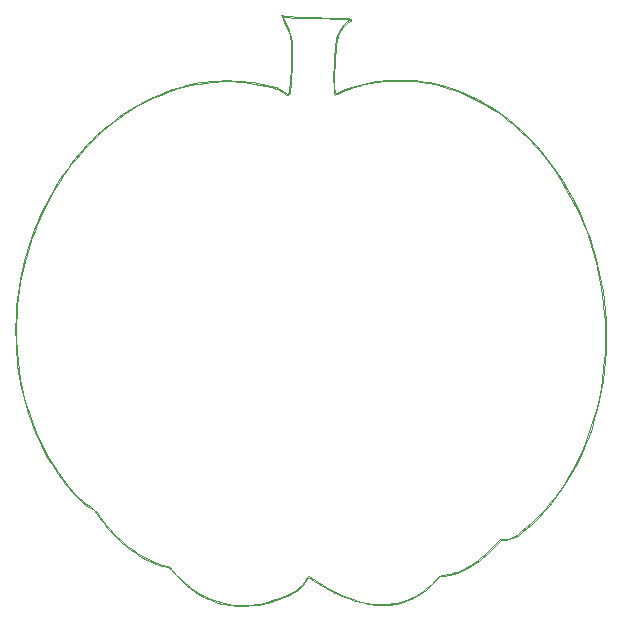
<source format=gbr>
%TF.GenerationSoftware,KiCad,Pcbnew,5.1.9+dfsg1-1*%
%TF.CreationDate,2021-10-11T10:55:51+01:00*%
%TF.ProjectId,pumpkin_jasmine,70756d70-6b69-46e5-9f6a-61736d696e65,rev?*%
%TF.SameCoordinates,Original*%
%TF.FileFunction,Profile,NP*%
%FSLAX46Y46*%
G04 Gerber Fmt 4.6, Leading zero omitted, Abs format (unit mm)*
G04 Created by KiCad (PCBNEW 5.1.9+dfsg1-1) date 2021-10-11 10:55:51*
%MOMM*%
%LPD*%
G01*
G04 APERTURE LIST*
%TA.AperFunction,Profile*%
%ADD10C,0.100000*%
%TD*%
G04 APERTURE END LIST*
D10*
%TO.C,Ref\u002A\u002A*%
X138450000Y-117621900D02*
X138150000Y-117564900D01*
X138150000Y-117564900D02*
X137857000Y-117497900D01*
X137857000Y-117497900D02*
X137570000Y-117419900D01*
X137570000Y-117419900D02*
X137289000Y-117330900D01*
X137289000Y-117330900D02*
X137010000Y-117229900D01*
X137010000Y-117229900D02*
X136735000Y-117117900D01*
X136735000Y-117117900D02*
X136462000Y-116992900D01*
X136462000Y-116992900D02*
X136190000Y-116855900D01*
X136190000Y-116855900D02*
X135865000Y-116670900D01*
X135865000Y-116670900D02*
X135530000Y-116453900D01*
X135530000Y-116453900D02*
X135194000Y-116209900D01*
X135194000Y-116209900D02*
X134859000Y-115945900D01*
X134859000Y-115945900D02*
X134535000Y-115665900D01*
X134535000Y-115665900D02*
X134230000Y-115376900D01*
X134230000Y-115376900D02*
X133947000Y-115083900D01*
X133947000Y-115083900D02*
X133697000Y-114792900D01*
X133697000Y-114792900D02*
X133524000Y-114583900D01*
X133524000Y-114583900D02*
X133405000Y-114465900D01*
X133405000Y-114465900D02*
X133354000Y-114431900D01*
X133354000Y-114431900D02*
X133304000Y-114408900D01*
X133304000Y-114408900D02*
X133182000Y-114382900D01*
X133182000Y-114382900D02*
X133019000Y-114348900D01*
X133019000Y-114348900D02*
X132812000Y-114291900D01*
X132812000Y-114291900D02*
X132321000Y-114122900D01*
X132321000Y-114122900D02*
X131801000Y-113911900D01*
X131801000Y-113911900D02*
X131558000Y-113800900D01*
X131558000Y-113800900D02*
X131344000Y-113691900D01*
X131344000Y-113691900D02*
X131049000Y-113526900D01*
X131049000Y-113526900D02*
X130760000Y-113352900D01*
X130760000Y-113352900D02*
X130476000Y-113168900D01*
X130476000Y-113168900D02*
X130198000Y-112975900D01*
X130198000Y-112975900D02*
X129925000Y-112772900D01*
X129925000Y-112772900D02*
X129657000Y-112560900D01*
X129657000Y-112560900D02*
X129394000Y-112338900D01*
X129394000Y-112338900D02*
X129137000Y-112106900D01*
X129137000Y-112106900D02*
X128884000Y-111864900D01*
X128884000Y-111864900D02*
X128637000Y-111612900D01*
X128637000Y-111612900D02*
X128395000Y-111350900D01*
X128395000Y-111350900D02*
X128158000Y-111079900D01*
X128158000Y-111079900D02*
X127925000Y-110797900D01*
X127925000Y-110797900D02*
X127698000Y-110506900D01*
X127698000Y-110506900D02*
X127475100Y-110204900D01*
X127475100Y-110204900D02*
X127257100Y-109892900D01*
X127257100Y-109892900D02*
X127068800Y-109599900D01*
X127068800Y-109599900D02*
X127049900Y-109553900D01*
X127049900Y-109553900D02*
X127076100Y-109570900D01*
X127076100Y-109570900D02*
X127246100Y-109773900D01*
X127246100Y-109773900D02*
X127545400Y-110175900D01*
X127545400Y-110175900D02*
X127777000Y-110482900D01*
X127777000Y-110482900D02*
X128049000Y-110814900D01*
X128049000Y-110814900D02*
X128347000Y-111159900D01*
X128347000Y-111159900D02*
X128661000Y-111503900D01*
X128661000Y-111503900D02*
X128978000Y-111833900D01*
X128978000Y-111833900D02*
X129285000Y-112137900D01*
X129285000Y-112137900D02*
X129571000Y-112401900D01*
X129571000Y-112401900D02*
X129824000Y-112612900D01*
X129824000Y-112612900D02*
X130224000Y-112907900D01*
X130224000Y-112907900D02*
X130646000Y-113187900D01*
X130646000Y-113187900D02*
X131082000Y-113447900D01*
X131082000Y-113447900D02*
X131523000Y-113683900D01*
X131523000Y-113683900D02*
X131962000Y-113892900D01*
X131962000Y-113892900D02*
X132389000Y-114069900D01*
X132389000Y-114069900D02*
X132799000Y-114210900D01*
X132799000Y-114210900D02*
X133180000Y-114310900D01*
X133180000Y-114310900D02*
X133327000Y-114350900D01*
X133327000Y-114350900D02*
X133387000Y-114378900D01*
X133387000Y-114378900D02*
X133445000Y-114419900D01*
X133445000Y-114419900D02*
X133585000Y-114556900D01*
X133585000Y-114556900D02*
X133795000Y-114803900D01*
X133795000Y-114803900D02*
X134012000Y-115052900D01*
X134012000Y-115052900D02*
X134237000Y-115291900D01*
X134237000Y-115291900D02*
X134474000Y-115522900D01*
X134474000Y-115522900D02*
X134717000Y-115742900D01*
X134717000Y-115742900D02*
X134969000Y-115953900D01*
X134969000Y-115953900D02*
X135227000Y-116152900D01*
X135227000Y-116152900D02*
X135492000Y-116341900D01*
X135492000Y-116341900D02*
X135762000Y-116518900D01*
X135762000Y-116518900D02*
X136039000Y-116684900D01*
X136039000Y-116684900D02*
X136319000Y-116837900D01*
X136319000Y-116837900D02*
X136604000Y-116977900D01*
X136604000Y-116977900D02*
X136890000Y-117105900D01*
X136890000Y-117105900D02*
X137180000Y-117219900D01*
X137180000Y-117219900D02*
X137473000Y-117318900D01*
X137473000Y-117318900D02*
X137767000Y-117404900D01*
X137767000Y-117404900D02*
X138060000Y-117475900D01*
X138060000Y-117475900D02*
X138383000Y-117537900D01*
X138383000Y-117537900D02*
X138712000Y-117584900D01*
X138712000Y-117584900D02*
X139042000Y-117616900D01*
X139042000Y-117616900D02*
X139375000Y-117633900D01*
X139375000Y-117633900D02*
X139710000Y-117635900D01*
X139710000Y-117635900D02*
X140048000Y-117623900D01*
X140048000Y-117623900D02*
X140388000Y-117595900D01*
X140388000Y-117595900D02*
X140730000Y-117552900D01*
X140730000Y-117552900D02*
X141073000Y-117495900D01*
X141073000Y-117495900D02*
X141418000Y-117423900D01*
X141418000Y-117423900D02*
X141763000Y-117336900D01*
X141763000Y-117336900D02*
X142112000Y-117234900D01*
X142112000Y-117234900D02*
X142458000Y-117118900D01*
X142458000Y-117118900D02*
X142806000Y-116987900D01*
X142806000Y-116987900D02*
X143155000Y-116841900D01*
X143155000Y-116841900D02*
X143503000Y-116681900D01*
X143503000Y-116681900D02*
X143778000Y-116543900D01*
X143778000Y-116543900D02*
X144015000Y-116410900D01*
X144015000Y-116410900D02*
X144220000Y-116275900D01*
X144220000Y-116275900D02*
X144400000Y-116136900D01*
X144400000Y-116136900D02*
X144558000Y-115986900D01*
X144558000Y-115986900D02*
X144703000Y-115821900D01*
X144703000Y-115821900D02*
X144838000Y-115637900D01*
X144838000Y-115637900D02*
X144970000Y-115428900D01*
X144970000Y-115428900D02*
X145100000Y-115237900D01*
X145100000Y-115237900D02*
X145155000Y-115179900D01*
X145155000Y-115179900D02*
X145193000Y-115158900D01*
X145193000Y-115158900D02*
X145238000Y-115174900D01*
X145238000Y-115174900D02*
X145318000Y-115218900D01*
X145318000Y-115218900D02*
X145533000Y-115363900D01*
X145533000Y-115363900D02*
X145963000Y-115664900D01*
X145963000Y-115664900D02*
X146426000Y-115957900D01*
X146426000Y-115957900D02*
X146915000Y-116236900D01*
X146915000Y-116236900D02*
X147418000Y-116498900D01*
X147418000Y-116498900D02*
X147928000Y-116736900D01*
X147928000Y-116736900D02*
X148431000Y-116948900D01*
X148431000Y-116948900D02*
X148921000Y-117127900D01*
X148921000Y-117127900D02*
X149389000Y-117269900D01*
X149389000Y-117269900D02*
X149979000Y-117411900D01*
X149979000Y-117411900D02*
X150253000Y-117461900D01*
X150253000Y-117461900D02*
X150519000Y-117499900D01*
X150519000Y-117499900D02*
X150784000Y-117524900D01*
X150784000Y-117524900D02*
X151056000Y-117538900D01*
X151056000Y-117538900D02*
X151341000Y-117541900D01*
X151341000Y-117541900D02*
X151644000Y-117534900D01*
X151644000Y-117534900D02*
X152008000Y-117514900D01*
X152008000Y-117514900D02*
X152341000Y-117482900D01*
X152341000Y-117482900D02*
X152653000Y-117434900D01*
X152653000Y-117434900D02*
X152948000Y-117371900D01*
X152948000Y-117371900D02*
X153234000Y-117289900D01*
X153234000Y-117289900D02*
X153517000Y-117188900D01*
X153517000Y-117188900D02*
X153804000Y-117065900D01*
X153804000Y-117065900D02*
X154102000Y-116919900D01*
X154102000Y-116919900D02*
X154369000Y-116771900D01*
X154369000Y-116771900D02*
X154639000Y-116602900D01*
X154639000Y-116602900D02*
X154906000Y-116416900D01*
X154906000Y-116416900D02*
X155164000Y-116218900D01*
X155164000Y-116218900D02*
X155409000Y-116014900D01*
X155409000Y-116014900D02*
X155631000Y-115807900D01*
X155631000Y-115807900D02*
X155827000Y-115604900D01*
X155827000Y-115604900D02*
X155989000Y-115409900D01*
X155989000Y-115409900D02*
X156066000Y-115312900D01*
X156066000Y-115312900D02*
X156136000Y-115236900D01*
X156136000Y-115236900D02*
X156211000Y-115178900D01*
X156211000Y-115178900D02*
X156296000Y-115134900D01*
X156296000Y-115134900D02*
X156406000Y-115100900D01*
X156406000Y-115100900D02*
X156547000Y-115072900D01*
X156547000Y-115072900D02*
X156966000Y-115017900D01*
X156966000Y-115017900D02*
X157176000Y-114985900D01*
X157176000Y-114985900D02*
X157394000Y-114935900D01*
X157394000Y-114935900D02*
X157619000Y-114869900D01*
X157619000Y-114869900D02*
X157851000Y-114786900D01*
X157851000Y-114786900D02*
X158086000Y-114687900D01*
X158086000Y-114687900D02*
X158327000Y-114573900D01*
X158327000Y-114573900D02*
X158571000Y-114443900D01*
X158571000Y-114443900D02*
X158819000Y-114299900D01*
X158819000Y-114299900D02*
X159069000Y-114141900D01*
X159069000Y-114141900D02*
X159322000Y-113968900D01*
X159322000Y-113968900D02*
X159574000Y-113782900D01*
X159574000Y-113782900D02*
X159829000Y-113583900D01*
X159829000Y-113583900D02*
X160082000Y-113372900D01*
X160082000Y-113372900D02*
X160334000Y-113148900D01*
X160334000Y-113148900D02*
X160585000Y-112912900D01*
X160585000Y-112912900D02*
X160834000Y-112665900D01*
X160834000Y-112665900D02*
X161415000Y-112070900D01*
X161415000Y-112070900D02*
X161749000Y-112040900D01*
X161749000Y-112040900D02*
X162049000Y-111995900D01*
X162049000Y-111995900D02*
X162334000Y-111917900D01*
X162334000Y-111917900D02*
X162594000Y-111809900D01*
X162594000Y-111809900D02*
X162712000Y-111745900D01*
X162712000Y-111745900D02*
X162819000Y-111675900D01*
X162819000Y-111675900D02*
X163225000Y-111369900D01*
X163225000Y-111369900D02*
X163639000Y-111028900D01*
X163639000Y-111028900D02*
X164054000Y-110656900D01*
X164054000Y-110656900D02*
X164467000Y-110257900D01*
X164467000Y-110257900D02*
X164877000Y-109835900D01*
X164877000Y-109835900D02*
X165275000Y-109395900D01*
X165275000Y-109395900D02*
X165660000Y-108941900D01*
X165660000Y-108941900D02*
X166028000Y-108476900D01*
X166028000Y-108476900D02*
X166467000Y-107875900D01*
X166467000Y-107875900D02*
X166883000Y-107254900D01*
X166883000Y-107254900D02*
X167278000Y-106614900D01*
X167278000Y-106614900D02*
X167648000Y-105955900D01*
X167648000Y-105955900D02*
X167997000Y-105278900D01*
X167997000Y-105278900D02*
X168322000Y-104583900D01*
X168322000Y-104583900D02*
X168623000Y-103872900D01*
X168623000Y-103872900D02*
X168900000Y-103144700D01*
X168900000Y-103144700D02*
X169153000Y-102400900D01*
X169153000Y-102400900D02*
X169383000Y-101641900D01*
X169383000Y-101641900D02*
X169590000Y-100868200D01*
X169590000Y-100868200D02*
X169770000Y-100080400D01*
X169770000Y-100080400D02*
X169927000Y-99279200D01*
X169927000Y-99279200D02*
X170057000Y-98465100D01*
X170057000Y-98465100D02*
X170163000Y-97638400D01*
X170163000Y-97638400D02*
X170243000Y-96800200D01*
X170243000Y-96800200D02*
X170263000Y-96462600D01*
X170263000Y-96462600D02*
X170278000Y-96021400D01*
X170278000Y-96021400D02*
X170288000Y-94962100D01*
X170288000Y-94962100D02*
X170278000Y-93889100D01*
X170278000Y-93889100D02*
X170263000Y-93431100D01*
X170263000Y-93431100D02*
X170243000Y-93069900D01*
X170243000Y-93069900D02*
X170161000Y-92155300D01*
X170161000Y-92155300D02*
X170048000Y-91250900D01*
X170048000Y-91250900D02*
X169905000Y-90357100D01*
X169905000Y-90357100D02*
X169732000Y-89474400D01*
X169732000Y-89474400D02*
X169528000Y-88603400D01*
X169528000Y-88603400D02*
X169295000Y-87744400D01*
X169295000Y-87744400D02*
X169033000Y-86898100D01*
X169033000Y-86898100D02*
X168742000Y-86064900D01*
X168742000Y-86064900D02*
X168422000Y-85244800D01*
X168422000Y-85244800D02*
X168072000Y-84439100D01*
X168072000Y-84439100D02*
X167693000Y-83648000D01*
X167693000Y-83648000D02*
X167287000Y-82871600D01*
X167287000Y-82871600D02*
X166852000Y-82110800D01*
X166852000Y-82110800D02*
X166387000Y-81366100D01*
X166387000Y-81366100D02*
X165895000Y-80637600D01*
X165895000Y-80637600D02*
X165377000Y-79926100D01*
X165377000Y-79926100D02*
X165110000Y-79594000D01*
X165110000Y-79594000D02*
X164780000Y-79210100D01*
X164780000Y-79210100D02*
X164405000Y-78794300D01*
X164405000Y-78794300D02*
X164005000Y-78366100D01*
X164005000Y-78366100D02*
X163595000Y-77945500D01*
X163595000Y-77945500D02*
X163199000Y-77551600D01*
X163199000Y-77551600D02*
X162830000Y-77204600D01*
X162830000Y-77204600D02*
X162510000Y-76924100D01*
X162510000Y-76924100D02*
X162035000Y-76540100D01*
X162035000Y-76540100D02*
X161554000Y-76176500D01*
X161554000Y-76176500D02*
X161064000Y-75833500D01*
X161064000Y-75833500D02*
X160569000Y-75511200D01*
X160569000Y-75511200D02*
X160069000Y-75209500D01*
X160069000Y-75209500D02*
X159562000Y-74928700D01*
X159562000Y-74928700D02*
X159049000Y-74668500D01*
X159049000Y-74668500D02*
X158532000Y-74429500D01*
X158532000Y-74429500D02*
X158009000Y-74211500D01*
X158009000Y-74211500D02*
X157481000Y-74014700D01*
X157481000Y-74014700D02*
X156949000Y-73839000D01*
X156949000Y-73839000D02*
X156411000Y-73684700D01*
X156411000Y-73684700D02*
X155869000Y-73551700D01*
X155869000Y-73551700D02*
X155322000Y-73440200D01*
X155322000Y-73440200D02*
X154772000Y-73350300D01*
X154772000Y-73350300D02*
X154217000Y-73282200D01*
X154217000Y-73282200D02*
X153942000Y-73260800D01*
X153942000Y-73260800D02*
X153606000Y-73245500D01*
X153606000Y-73245500D02*
X152833000Y-73233500D01*
X152833000Y-73233500D02*
X152076000Y-73245800D01*
X152076000Y-73245800D02*
X151758000Y-73261200D01*
X151758000Y-73261200D02*
X151511000Y-73282500D01*
X151511000Y-73282500D02*
X150963000Y-73356800D01*
X150963000Y-73356800D02*
X150436000Y-73444800D01*
X150436000Y-73444800D02*
X149936000Y-73545600D01*
X149936000Y-73545600D02*
X149466000Y-73658100D01*
X149466000Y-73658100D02*
X149029000Y-73781100D01*
X149029000Y-73781100D02*
X148633000Y-73913600D01*
X148633000Y-73913600D02*
X148279000Y-74054300D01*
X148279000Y-74054300D02*
X147973000Y-74202300D01*
X147973000Y-74202300D02*
X147709000Y-74331800D01*
X147709000Y-74331800D02*
X147520000Y-74396100D01*
X147520000Y-74396100D02*
X147450000Y-74404300D01*
X147450000Y-74404300D02*
X147396000Y-74396600D01*
X147396000Y-74396600D02*
X147358000Y-74373300D01*
X147358000Y-74373300D02*
X147335000Y-74334500D01*
X147335000Y-74334500D02*
X147321000Y-74190800D01*
X147321000Y-74190800D02*
X147313000Y-73881000D01*
X147313000Y-73881000D02*
X147310000Y-72954500D01*
X147310000Y-72954500D02*
X147324000Y-71939500D01*
X147324000Y-71939500D02*
X147352000Y-71220000D01*
X147352000Y-71220000D02*
X147425000Y-70464800D01*
X147425000Y-70464800D02*
X147465000Y-70158000D01*
X147465000Y-70158000D02*
X147512000Y-69889700D01*
X147512000Y-69889700D02*
X147565000Y-69653000D01*
X147565000Y-69653000D02*
X147627000Y-69441500D01*
X147627000Y-69441500D02*
X147695000Y-69248300D01*
X147695000Y-69248300D02*
X147775000Y-69067000D01*
X147775000Y-69067000D02*
X147850000Y-68924200D01*
X147850000Y-68924200D02*
X147930000Y-68789500D01*
X147930000Y-68789500D02*
X148015000Y-68664200D01*
X148015000Y-68664200D02*
X148105000Y-68549200D01*
X148105000Y-68549200D02*
X148199000Y-68445800D01*
X148199000Y-68445800D02*
X148294000Y-68355000D01*
X148294000Y-68355000D02*
X148392000Y-68277800D01*
X148392000Y-68277800D02*
X148490000Y-68215500D01*
X148490000Y-68215500D02*
X148623000Y-68134500D01*
X148623000Y-68134500D02*
X148682000Y-68077700D01*
X148682000Y-68077700D02*
X148685000Y-68056300D01*
X148685000Y-68056300D02*
X148671000Y-68038800D01*
X148671000Y-68038800D02*
X148593000Y-68011500D01*
X148593000Y-68011500D02*
X147848000Y-67988000D01*
X147848000Y-67988000D02*
X146198000Y-67961300D01*
X146198000Y-67961300D02*
X144865000Y-67939300D01*
X144865000Y-67939300D02*
X143953000Y-67910200D01*
X143953000Y-67910200D02*
X143390000Y-67870500D01*
X143390000Y-67870500D02*
X143213000Y-67845300D01*
X143213000Y-67845300D02*
X143093000Y-67816300D01*
X143093000Y-67816300D02*
X143055000Y-67806600D01*
X143055000Y-67806600D02*
X143033000Y-67810600D01*
X143033000Y-67810600D02*
X143026000Y-67833300D01*
X143026000Y-67833300D02*
X143038000Y-67880000D01*
X143038000Y-67880000D02*
X143123000Y-68065000D01*
X143123000Y-68065000D02*
X143305000Y-68406300D01*
X143305000Y-68406300D02*
X143456000Y-68708000D01*
X143456000Y-68708000D02*
X143578000Y-68996500D01*
X143578000Y-68996500D02*
X143671000Y-69287800D01*
X143671000Y-69287800D02*
X143738000Y-69598500D01*
X143738000Y-69598500D02*
X143781000Y-69944600D01*
X143781000Y-69944600D02*
X143805000Y-70342800D01*
X143805000Y-70342800D02*
X143810000Y-70809300D01*
X143810000Y-70809300D02*
X143802000Y-71360500D01*
X143802000Y-71360500D02*
X143773000Y-72197100D01*
X143773000Y-72197100D02*
X143735000Y-72914000D01*
X143735000Y-72914000D02*
X143685000Y-73516500D01*
X143685000Y-73516500D02*
X143627000Y-74009500D01*
X143627000Y-74009500D02*
X143594000Y-74212500D01*
X143594000Y-74212500D02*
X143560000Y-74331100D01*
X143560000Y-74331100D02*
X143542000Y-74367600D01*
X143542000Y-74367600D02*
X143519000Y-74393500D01*
X143519000Y-74393500D02*
X143454000Y-74427800D01*
X143454000Y-74427800D02*
X143380000Y-74442300D01*
X143380000Y-74442300D02*
X143297000Y-74421100D01*
X143297000Y-74421100D02*
X143177000Y-74353100D01*
X143177000Y-74353100D02*
X142997000Y-74226600D01*
X142997000Y-74226600D02*
X142719000Y-74044100D01*
X142719000Y-74044100D02*
X142580000Y-73971300D01*
X142580000Y-73971300D02*
X142434000Y-73906800D01*
X142434000Y-73906800D02*
X142269000Y-73848000D01*
X142269000Y-73848000D02*
X142082000Y-73791800D01*
X142082000Y-73791800D02*
X141607000Y-73676400D01*
X141607000Y-73676400D02*
X141086000Y-73566300D01*
X141086000Y-73566300D02*
X140602000Y-73476100D01*
X140602000Y-73476100D02*
X140147000Y-73404900D01*
X140147000Y-73404900D02*
X139707000Y-73351800D01*
X139707000Y-73351800D02*
X139276000Y-73315600D01*
X139276000Y-73315600D02*
X138841000Y-73295100D01*
X138841000Y-73295100D02*
X138391000Y-73289600D01*
X138391000Y-73289600D02*
X137919000Y-73297900D01*
X137919000Y-73297900D02*
X137126000Y-73340400D01*
X137126000Y-73340400D02*
X136354000Y-73419400D01*
X136354000Y-73419400D02*
X135974000Y-73473100D01*
X135974000Y-73473100D02*
X135599000Y-73536200D01*
X135599000Y-73536200D02*
X135226000Y-73609100D01*
X135226000Y-73609100D02*
X134858000Y-73691700D01*
X134858000Y-73691700D02*
X134489000Y-73784200D01*
X134489000Y-73784200D02*
X134124000Y-73886900D01*
X134124000Y-73886900D02*
X133759000Y-73999700D01*
X133759000Y-73999700D02*
X133394000Y-74122700D01*
X133394000Y-74122700D02*
X132666000Y-74400400D01*
X132666000Y-74400400D02*
X131934000Y-74720700D01*
X131934000Y-74720700D02*
X131448000Y-74956600D01*
X131448000Y-74956600D02*
X130969000Y-75209200D01*
X130969000Y-75209200D02*
X130496000Y-75478200D01*
X130496000Y-75478200D02*
X130032000Y-75763100D01*
X130032000Y-75763100D02*
X129575000Y-76063600D01*
X129575000Y-76063600D02*
X129125000Y-76379400D01*
X129125000Y-76379400D02*
X128684000Y-76710200D01*
X128684000Y-76710200D02*
X128252000Y-77055600D01*
X128252000Y-77055600D02*
X127828000Y-77415100D01*
X127828000Y-77415100D02*
X127413000Y-77788400D01*
X127413000Y-77788400D02*
X127007300Y-78175400D01*
X127007300Y-78175400D02*
X126611400Y-78575600D01*
X126611400Y-78575600D02*
X126225100Y-78988400D01*
X126225100Y-78988400D02*
X125848900Y-79413900D01*
X125848900Y-79413900D02*
X125483100Y-79851400D01*
X125483100Y-79851400D02*
X125128000Y-80300600D01*
X125128000Y-80300600D02*
X124783500Y-80761200D01*
X124783500Y-80761200D02*
X124450300Y-81233100D01*
X124450300Y-81233100D02*
X124128700Y-81715600D01*
X124128700Y-81715600D02*
X123818500Y-82208500D01*
X123818500Y-82208500D02*
X123520400Y-82711400D01*
X123520400Y-82711400D02*
X123234600Y-83223900D01*
X123234600Y-83223900D02*
X122961300Y-83745900D01*
X122961300Y-83745900D02*
X122700600Y-84276700D01*
X122700600Y-84276700D02*
X122452900Y-84816200D01*
X122452900Y-84816200D02*
X122218800Y-85363900D01*
X122218800Y-85363900D02*
X121998000Y-85919500D01*
X121998000Y-85919500D02*
X121791200Y-86482900D01*
X121791200Y-86482900D02*
X121598500Y-87053200D01*
X121598500Y-87053200D02*
X121420000Y-87630500D01*
X121420000Y-87630500D02*
X121256400Y-88214400D01*
X121256400Y-88214400D02*
X121107500Y-88804400D01*
X121107500Y-88804400D02*
X120938500Y-89549500D01*
X120938500Y-89549500D02*
X120798900Y-90249200D01*
X120798900Y-90249200D02*
X120686600Y-90921700D01*
X120686600Y-90921700D02*
X120599400Y-91584700D01*
X120599400Y-91584700D02*
X120535400Y-92256200D01*
X120535400Y-92256200D02*
X120492700Y-92954300D01*
X120492700Y-92954300D02*
X120468900Y-93696800D01*
X120468900Y-93696800D02*
X120462400Y-94501800D01*
X120462400Y-94501800D02*
X120467600Y-95293700D01*
X120467600Y-95293700D02*
X120482900Y-95879200D01*
X120482900Y-95879200D02*
X120513100Y-96364200D01*
X120513100Y-96364200D02*
X120562600Y-96854700D01*
X120562600Y-96854700D02*
X120671300Y-97683700D01*
X120671300Y-97683700D02*
X120805400Y-98495800D01*
X120805400Y-98495800D02*
X120964900Y-99291500D01*
X120964900Y-99291500D02*
X121149900Y-100070200D01*
X121149900Y-100070200D02*
X121360200Y-100832200D01*
X121360200Y-100832200D02*
X121595900Y-101577200D01*
X121595900Y-101577200D02*
X121857000Y-102305500D01*
X121857000Y-102305500D02*
X122143500Y-103017000D01*
X122143500Y-103017000D02*
X122455300Y-103711900D01*
X122455300Y-103711900D02*
X122792600Y-104388900D01*
X122792600Y-104388900D02*
X123155100Y-105049900D01*
X123155100Y-105049900D02*
X123543100Y-105693900D01*
X123543100Y-105693900D02*
X123956400Y-106320900D01*
X123956400Y-106320900D02*
X124395000Y-106930900D01*
X124395000Y-106930900D02*
X124859000Y-107523900D01*
X124859000Y-107523900D02*
X125348300Y-108100900D01*
X125348300Y-108100900D02*
X125746100Y-108534900D01*
X125746100Y-108534900D02*
X126073900Y-108854900D01*
X126073900Y-108854900D02*
X126222400Y-108981900D01*
X126222400Y-108981900D02*
X126366600Y-109090900D01*
X126366600Y-109090900D02*
X126510700Y-109186900D01*
X126510700Y-109186900D02*
X126659100Y-109273900D01*
X126659100Y-109273900D02*
X126882000Y-109404900D01*
X126882000Y-109404900D02*
X126975400Y-109476900D01*
X126975400Y-109476900D02*
X126977700Y-109484900D01*
X126977700Y-109484900D02*
X126971500Y-109487900D01*
X126971500Y-109487900D02*
X126932800Y-109479900D01*
X126932800Y-109479900D02*
X126747800Y-109404900D01*
X126747800Y-109404900D02*
X126523300Y-109284900D01*
X126523300Y-109284900D02*
X126282000Y-109119900D01*
X126282000Y-109119900D02*
X126026200Y-108913900D01*
X126026200Y-108913900D02*
X125758200Y-108668900D01*
X125758200Y-108668900D02*
X125480200Y-108388900D01*
X125480200Y-108388900D02*
X125194800Y-108076900D01*
X125194800Y-108076900D02*
X124904100Y-107734900D01*
X124904100Y-107734900D02*
X124610500Y-107366900D01*
X124610500Y-107366900D02*
X124316300Y-106974900D01*
X124316300Y-106974900D02*
X124023800Y-106562900D01*
X124023800Y-106562900D02*
X123735500Y-106133900D01*
X123735500Y-106133900D02*
X123453500Y-105690900D01*
X123453500Y-105690900D02*
X123180400Y-105235900D01*
X123180400Y-105235900D02*
X122918200Y-104771900D01*
X122918200Y-104771900D02*
X122669200Y-104303900D01*
X122669200Y-104303900D02*
X122436300Y-103832900D01*
X122436300Y-103832900D02*
X122234300Y-103396900D01*
X122234300Y-103396900D02*
X122042900Y-102956200D01*
X122042900Y-102956200D02*
X121862100Y-102512100D01*
X121862100Y-102512100D02*
X121691800Y-102063400D01*
X121691800Y-102063400D02*
X121531800Y-101610100D01*
X121531800Y-101610100D02*
X121382200Y-101151700D01*
X121382200Y-101151700D02*
X121242700Y-100688100D01*
X121242700Y-100688100D02*
X121113300Y-100218600D01*
X121113300Y-100218600D02*
X120993800Y-99742900D01*
X120993800Y-99742900D02*
X120884300Y-99260900D01*
X120884300Y-99260900D02*
X120784700Y-98772100D01*
X120784700Y-98772100D02*
X120694700Y-98276100D01*
X120694700Y-98276100D02*
X120614400Y-97772400D01*
X120614400Y-97772400D02*
X120543500Y-97261100D01*
X120543500Y-97261100D02*
X120482200Y-96741400D01*
X120482200Y-96741400D02*
X120430200Y-96213200D01*
X120430200Y-96213200D02*
X120405000Y-95832100D01*
X120405000Y-95832100D02*
X120388200Y-95364900D01*
X120388200Y-95364900D02*
X120378700Y-94284900D01*
X120378700Y-94284900D02*
X120400400Y-93197700D01*
X120400400Y-93197700D02*
X120422400Y-92721400D01*
X120422400Y-92721400D02*
X120451700Y-92327800D01*
X120451700Y-92327800D02*
X120513200Y-91755300D01*
X120513200Y-91755300D02*
X120587000Y-91186900D01*
X120587000Y-91186900D02*
X120673000Y-90622900D01*
X120673000Y-90622900D02*
X120771200Y-90063600D01*
X120771200Y-90063600D02*
X120881300Y-89509300D01*
X120881300Y-89509300D02*
X121003500Y-88959800D01*
X121003500Y-88959800D02*
X121137300Y-88415600D01*
X121137300Y-88415600D02*
X121282800Y-87877100D01*
X121282800Y-87877100D02*
X121440000Y-87344300D01*
X121440000Y-87344300D02*
X121608600Y-86817300D01*
X121608600Y-86817300D02*
X121788600Y-86296600D01*
X121788600Y-86296600D02*
X121979900Y-85782100D01*
X121979900Y-85782100D02*
X122182200Y-85274300D01*
X122182200Y-85274300D02*
X122395700Y-84773300D01*
X122395700Y-84773300D02*
X122620100Y-84279400D01*
X122620100Y-84279400D02*
X122855200Y-83792800D01*
X122855200Y-83792800D02*
X123101200Y-83313600D01*
X123101200Y-83313600D02*
X123357700Y-82842100D01*
X123357700Y-82842100D02*
X123624700Y-82378500D01*
X123624700Y-82378500D02*
X123902000Y-81923000D01*
X123902000Y-81923000D02*
X124189600Y-81476000D01*
X124189600Y-81476000D02*
X124487400Y-81037300D01*
X124487400Y-81037300D02*
X124795300Y-80607600D01*
X124795300Y-80607600D02*
X125113100Y-80186800D01*
X125113100Y-80186800D02*
X125440700Y-79775300D01*
X125440700Y-79775300D02*
X125778000Y-79373300D01*
X125778000Y-79373300D02*
X126125200Y-78980800D01*
X126125200Y-78980800D02*
X126481700Y-78598300D01*
X126481700Y-78598300D02*
X126847600Y-78225800D01*
X126847600Y-78225800D02*
X127222800Y-77863800D01*
X127222800Y-77863800D02*
X127607000Y-77512100D01*
X127607000Y-77512100D02*
X128001000Y-77171500D01*
X128001000Y-77171500D02*
X128350000Y-76884000D01*
X128350000Y-76884000D02*
X128704000Y-76606800D01*
X128704000Y-76606800D02*
X129062000Y-76340100D01*
X129062000Y-76340100D02*
X129424000Y-76084000D01*
X129424000Y-76084000D02*
X129791000Y-75838300D01*
X129791000Y-75838300D02*
X130160000Y-75603100D01*
X130160000Y-75603100D02*
X130534000Y-75378600D01*
X130534000Y-75378600D02*
X130910000Y-75165000D01*
X130910000Y-75165000D02*
X131290000Y-74961800D01*
X131290000Y-74961800D02*
X131673000Y-74769500D01*
X131673000Y-74769500D02*
X132059000Y-74588000D01*
X132059000Y-74588000D02*
X132448000Y-74417500D01*
X132448000Y-74417500D02*
X132838000Y-74258000D01*
X132838000Y-74258000D02*
X133231000Y-74109300D01*
X133231000Y-74109300D02*
X133626000Y-73971800D01*
X133626000Y-73971800D02*
X134023000Y-73845500D01*
X134023000Y-73845500D02*
X134423000Y-73730300D01*
X134423000Y-73730300D02*
X134822000Y-73626300D01*
X134822000Y-73626300D02*
X135224000Y-73533500D01*
X135224000Y-73533500D02*
X135627000Y-73452200D01*
X135627000Y-73452200D02*
X136031000Y-73382200D01*
X136031000Y-73382200D02*
X136436000Y-73323700D01*
X136436000Y-73323700D02*
X136841000Y-73276500D01*
X136841000Y-73276500D02*
X137247000Y-73241000D01*
X137247000Y-73241000D02*
X137652000Y-73217200D01*
X137652000Y-73217200D02*
X138059000Y-73204800D01*
X138059000Y-73204800D02*
X138466000Y-73204300D01*
X138466000Y-73204300D02*
X138872000Y-73215700D01*
X138872000Y-73215700D02*
X139277000Y-73238700D01*
X139277000Y-73238700D02*
X139682000Y-73273700D01*
X139682000Y-73273700D02*
X140087000Y-73320700D01*
X140087000Y-73320700D02*
X140490000Y-73379500D01*
X140490000Y-73379500D02*
X141244000Y-73496600D01*
X141244000Y-73496600D02*
X141587000Y-73565100D01*
X141587000Y-73565100D02*
X142019000Y-73678500D01*
X142019000Y-73678500D02*
X142425000Y-73804300D01*
X142425000Y-73804300D02*
X142584000Y-73861800D01*
X142584000Y-73861800D02*
X142692000Y-73910300D01*
X142692000Y-73910300D02*
X142910000Y-74042600D01*
X142910000Y-74042600D02*
X143125000Y-74197000D01*
X143125000Y-74197000D02*
X143295000Y-74312500D01*
X143295000Y-74312500D02*
X143365000Y-74344300D01*
X143365000Y-74344300D02*
X143410000Y-74352000D01*
X143410000Y-74352000D02*
X143444000Y-74331300D01*
X143444000Y-74331300D02*
X143475000Y-74283300D01*
X143475000Y-74283300D02*
X143504000Y-74209000D01*
X143504000Y-74209000D02*
X143532000Y-74108700D01*
X143532000Y-74108700D02*
X143582000Y-73833500D01*
X143582000Y-73833500D02*
X143625000Y-73463500D01*
X143625000Y-73463500D02*
X143659000Y-73004500D01*
X143659000Y-73004500D02*
X143685000Y-72462000D01*
X143685000Y-72462000D02*
X143702000Y-71841700D01*
X143702000Y-71841700D02*
X143709000Y-71149400D01*
X143709000Y-71149400D02*
X143707000Y-70331000D01*
X143707000Y-70331000D02*
X143695000Y-69850400D01*
X143695000Y-69850400D02*
X143665000Y-69561500D01*
X143665000Y-69561500D02*
X143607000Y-69318400D01*
X143607000Y-69318400D02*
X143552000Y-69142400D01*
X143552000Y-69142400D02*
X143477000Y-68942400D01*
X143477000Y-68942400D02*
X143390000Y-68742700D01*
X143390000Y-68742700D02*
X143305000Y-68568000D01*
X143305000Y-68568000D02*
X143137000Y-68245400D01*
X143137000Y-68245400D02*
X143002000Y-67964500D01*
X143002000Y-67964500D02*
X142917000Y-67761500D01*
X142917000Y-67761500D02*
X142897000Y-67700700D01*
X142897000Y-67700700D02*
X142897000Y-67674400D01*
X142897000Y-67674400D02*
X142967000Y-67683900D01*
X142967000Y-67683900D02*
X143112000Y-67732200D01*
X143112000Y-67732200D02*
X143257000Y-67764400D01*
X143257000Y-67764400D02*
X143515000Y-67793600D01*
X143515000Y-67793600D02*
X144342000Y-67841900D01*
X144342000Y-67841900D02*
X145542000Y-67875100D01*
X145542000Y-67875100D02*
X147065000Y-67891200D01*
X147065000Y-67891200D02*
X147947000Y-67901600D01*
X147947000Y-67901600D02*
X148248000Y-67912900D01*
X148248000Y-67912900D02*
X148470000Y-67930100D01*
X148470000Y-67930100D02*
X148625000Y-67953900D01*
X148625000Y-67953900D02*
X148722000Y-67985600D01*
X148722000Y-67985600D02*
X148772000Y-68026600D01*
X148772000Y-68026600D02*
X148787000Y-68078100D01*
X148787000Y-68078100D02*
X148779000Y-68115900D01*
X148779000Y-68115900D02*
X148757000Y-68150900D01*
X148757000Y-68150900D02*
X148725000Y-68180100D01*
X148725000Y-68180100D02*
X148685000Y-68199900D01*
X148685000Y-68199900D02*
X148610000Y-68231100D01*
X148610000Y-68231100D02*
X148529000Y-68276700D01*
X148529000Y-68276700D02*
X148359000Y-68402700D01*
X148359000Y-68402700D02*
X148190000Y-68561600D01*
X148190000Y-68561600D02*
X148049000Y-68736700D01*
X148049000Y-68736700D02*
X147912000Y-68956700D01*
X147912000Y-68956700D02*
X147794000Y-69203200D01*
X147794000Y-69203200D02*
X147695000Y-69484400D01*
X147695000Y-69484400D02*
X147612000Y-69807900D01*
X147612000Y-69807900D02*
X147542000Y-70182200D01*
X147542000Y-70182200D02*
X147485000Y-70615200D01*
X147485000Y-70615200D02*
X147439000Y-71115200D01*
X147439000Y-71115200D02*
X147402000Y-71690100D01*
X147402000Y-71690100D02*
X147362000Y-72714400D01*
X147362000Y-72714400D02*
X147357000Y-73152600D01*
X147357000Y-73152600D02*
X147362000Y-73531400D01*
X147362000Y-73531400D02*
X147377000Y-73843100D01*
X147377000Y-73843100D02*
X147400000Y-74080600D01*
X147400000Y-74080600D02*
X147433000Y-74235900D01*
X147433000Y-74235900D02*
X147452000Y-74280400D01*
X147452000Y-74280400D02*
X147475000Y-74301700D01*
X147475000Y-74301700D02*
X147528000Y-74294200D01*
X147528000Y-74294200D02*
X147633000Y-74255700D01*
X147633000Y-74255700D02*
X147932000Y-74110900D01*
X147932000Y-74110900D02*
X148107000Y-74025200D01*
X148107000Y-74025200D02*
X148317000Y-73937700D01*
X148317000Y-73937700D02*
X148562000Y-73849000D01*
X148562000Y-73849000D02*
X148840000Y-73759500D01*
X148840000Y-73759500D02*
X149487000Y-73581000D01*
X149487000Y-73581000D02*
X150240000Y-73406400D01*
X150240000Y-73406400D02*
X150582000Y-73339200D01*
X150582000Y-73339200D02*
X150931000Y-73282200D01*
X150931000Y-73282200D02*
X151286000Y-73235000D01*
X151286000Y-73235000D02*
X151648000Y-73197900D01*
X151648000Y-73197900D02*
X152013000Y-73170500D01*
X152013000Y-73170500D02*
X152383000Y-73153200D01*
X152383000Y-73153200D02*
X152755000Y-73145700D01*
X152755000Y-73145700D02*
X153128000Y-73148000D01*
X153128000Y-73148000D02*
X153503000Y-73160300D01*
X153503000Y-73160300D02*
X153876000Y-73182500D01*
X153876000Y-73182500D02*
X154251000Y-73214300D01*
X154251000Y-73214300D02*
X154623000Y-73256200D01*
X154623000Y-73256200D02*
X154993000Y-73307700D01*
X154993000Y-73307700D02*
X155358000Y-73369000D01*
X155358000Y-73369000D02*
X155721000Y-73440000D01*
X155721000Y-73440000D02*
X156076000Y-73520800D01*
X156076000Y-73520800D02*
X156783000Y-73711000D01*
X156783000Y-73711000D02*
X157481000Y-73936500D01*
X157481000Y-73936500D02*
X158169000Y-74197000D01*
X158169000Y-74197000D02*
X158846000Y-74492000D01*
X158846000Y-74492000D02*
X159514000Y-74820800D01*
X159514000Y-74820800D02*
X160169000Y-75183200D01*
X160169000Y-75183200D02*
X160813000Y-75578200D01*
X160813000Y-75578200D02*
X161443000Y-76005700D01*
X161443000Y-76005700D02*
X162057000Y-76465000D01*
X162057000Y-76465000D02*
X162659000Y-76955700D01*
X162659000Y-76955700D02*
X163244000Y-77477300D01*
X163244000Y-77477300D02*
X163814000Y-78029000D01*
X163814000Y-78029000D02*
X164367000Y-78610600D01*
X164367000Y-78610600D02*
X164904000Y-79221500D01*
X164904000Y-79221500D02*
X165421000Y-79861100D01*
X165421000Y-79861100D02*
X165919000Y-80529100D01*
X165919000Y-80529100D02*
X166337000Y-81133800D01*
X166337000Y-81133800D02*
X166737000Y-81756100D01*
X166737000Y-81756100D02*
X167117000Y-82395300D01*
X167117000Y-82395300D02*
X167479000Y-83050300D01*
X167479000Y-83050300D02*
X167820000Y-83720300D01*
X167820000Y-83720300D02*
X168142000Y-84404500D01*
X168142000Y-84404500D02*
X168444000Y-85102000D01*
X168444000Y-85102000D02*
X168725000Y-85811800D01*
X168725000Y-85811800D02*
X168987000Y-86533000D01*
X168987000Y-86533000D02*
X169225000Y-87265000D01*
X169225000Y-87265000D02*
X169444000Y-88006600D01*
X169444000Y-88006600D02*
X169640000Y-88757100D01*
X169640000Y-88757100D02*
X169814000Y-89515600D01*
X169814000Y-89515600D02*
X169965000Y-90281300D01*
X169965000Y-90281300D02*
X170094000Y-91052900D01*
X170094000Y-91052900D02*
X170199000Y-91830100D01*
X170199000Y-91830100D02*
X170285000Y-92675600D01*
X170285000Y-92675600D02*
X170345000Y-93531600D01*
X170345000Y-93531600D02*
X170375000Y-94393600D01*
X170375000Y-94393600D02*
X170378000Y-95256900D01*
X170378000Y-95256900D02*
X170353000Y-96116800D01*
X170353000Y-96116800D02*
X170302000Y-96968600D01*
X170302000Y-96968600D02*
X170220000Y-97807800D01*
X170220000Y-97807800D02*
X170112000Y-98629600D01*
X170112000Y-98629600D02*
X169973000Y-99449100D01*
X169973000Y-99449100D02*
X169810000Y-100256600D01*
X169810000Y-100256600D02*
X169620000Y-101050700D01*
X169620000Y-101050700D02*
X169407000Y-101831100D01*
X169407000Y-101831100D02*
X169168000Y-102596400D01*
X169168000Y-102596400D02*
X168907000Y-103345900D01*
X168907000Y-103345900D02*
X168620000Y-104078900D01*
X168620000Y-104078900D02*
X168310000Y-104792900D01*
X168310000Y-104792900D02*
X167977000Y-105488900D01*
X167977000Y-105488900D02*
X167622000Y-106165900D01*
X167622000Y-106165900D02*
X167245000Y-106821900D01*
X167245000Y-106821900D02*
X166847000Y-107455900D01*
X166847000Y-107455900D02*
X166427000Y-108067900D01*
X166427000Y-108067900D02*
X165987000Y-108656900D01*
X165987000Y-108656900D02*
X165525000Y-109220900D01*
X165525000Y-109220900D02*
X165045000Y-109759900D01*
X165045000Y-109759900D02*
X164687000Y-110134900D01*
X164687000Y-110134900D02*
X164337000Y-110488900D01*
X164337000Y-110488900D02*
X163997000Y-110816900D01*
X163997000Y-110816900D02*
X163675000Y-111112900D01*
X163675000Y-111112900D02*
X163380000Y-111369900D01*
X163380000Y-111369900D02*
X163117000Y-111581900D01*
X163117000Y-111581900D02*
X162894000Y-111743900D01*
X162894000Y-111743900D02*
X162715000Y-111848900D01*
X162715000Y-111848900D02*
X162462000Y-111956900D01*
X162462000Y-111956900D02*
X162202000Y-112039900D01*
X162202000Y-112039900D02*
X161950000Y-112091900D01*
X161950000Y-112091900D02*
X161722000Y-112110900D01*
X161722000Y-112110900D02*
X161565000Y-112114900D01*
X161565000Y-112114900D02*
X161467000Y-112134900D01*
X161467000Y-112134900D02*
X161397000Y-112185900D01*
X161397000Y-112185900D02*
X161322000Y-112281900D01*
X161322000Y-112281900D02*
X161232000Y-112390900D01*
X161232000Y-112390900D02*
X161092000Y-112539900D01*
X161092000Y-112539900D02*
X160712000Y-112912900D01*
X160712000Y-112912900D02*
X160282000Y-113307900D01*
X160282000Y-113307900D02*
X159902000Y-113631900D01*
X159902000Y-113631900D02*
X159591000Y-113865900D01*
X159591000Y-113865900D02*
X159267000Y-114092900D01*
X159267000Y-114092900D02*
X158936000Y-114306900D01*
X158936000Y-114306900D02*
X158606000Y-114504900D01*
X158606000Y-114504900D02*
X158286000Y-114679900D01*
X158286000Y-114679900D02*
X157986000Y-114827900D01*
X157986000Y-114827900D02*
X157712000Y-114944900D01*
X157712000Y-114944900D02*
X157476000Y-115023900D01*
X157476000Y-115023900D02*
X157106000Y-115101900D01*
X157106000Y-115101900D02*
X156709000Y-115152900D01*
X156709000Y-115152900D02*
X156292000Y-115184900D01*
X156292000Y-115184900D02*
X156026000Y-115497900D01*
X156026000Y-115497900D02*
X155859000Y-115685900D01*
X155859000Y-115685900D02*
X155686000Y-115865900D01*
X155686000Y-115865900D02*
X155506000Y-116037900D01*
X155506000Y-116037900D02*
X155319000Y-116201900D01*
X155319000Y-116201900D02*
X155128000Y-116357900D01*
X155128000Y-116357900D02*
X154929000Y-116505900D01*
X154929000Y-116505900D02*
X154726000Y-116644900D01*
X154726000Y-116644900D02*
X154518000Y-116776900D01*
X154518000Y-116776900D02*
X154303000Y-116898900D01*
X154303000Y-116898900D02*
X154083000Y-117012900D01*
X154083000Y-117012900D02*
X153858000Y-117118900D01*
X153858000Y-117118900D02*
X153628000Y-117214900D01*
X153628000Y-117214900D02*
X153393000Y-117302900D01*
X153393000Y-117302900D02*
X153154000Y-117380900D01*
X153154000Y-117380900D02*
X152911000Y-117450900D01*
X152911000Y-117450900D02*
X152663000Y-117510900D01*
X152663000Y-117510900D02*
X152416000Y-117554900D01*
X152416000Y-117554900D02*
X152128000Y-117586900D01*
X152128000Y-117586900D02*
X151813000Y-117607900D01*
X151813000Y-117607900D02*
X151481000Y-117616900D01*
X151481000Y-117616900D02*
X151148000Y-117613900D01*
X151148000Y-117613900D02*
X150824000Y-117598900D01*
X150824000Y-117598900D02*
X150526000Y-117571900D01*
X150526000Y-117571900D02*
X150263000Y-117532900D01*
X150263000Y-117532900D02*
X149693000Y-117409900D01*
X149693000Y-117409900D02*
X149128000Y-117253900D01*
X149128000Y-117253900D02*
X148565000Y-117063900D01*
X148565000Y-117063900D02*
X148000000Y-116838900D01*
X148000000Y-116838900D02*
X147430000Y-116575900D01*
X147430000Y-116575900D02*
X146851000Y-116274900D01*
X146851000Y-116274900D02*
X146260000Y-115933900D01*
X146260000Y-115933900D02*
X145653000Y-115551900D01*
X145653000Y-115551900D02*
X145360000Y-115373900D01*
X145360000Y-115373900D02*
X145253000Y-115319900D01*
X145253000Y-115319900D02*
X145195000Y-115299900D01*
X145195000Y-115299900D02*
X145158000Y-115316900D01*
X145158000Y-115316900D02*
X145111000Y-115362900D01*
X145111000Y-115362900D02*
X145061000Y-115433900D01*
X145061000Y-115433900D02*
X145013000Y-115521900D01*
X145013000Y-115521900D02*
X144936000Y-115654900D01*
X144936000Y-115654900D02*
X144836000Y-115794900D01*
X144836000Y-115794900D02*
X144715000Y-115939900D01*
X144715000Y-115939900D02*
X144576000Y-116082900D01*
X144576000Y-116082900D02*
X144428000Y-116221900D01*
X144428000Y-116221900D02*
X144273000Y-116349900D01*
X144273000Y-116349900D02*
X144115000Y-116463900D01*
X144115000Y-116463900D02*
X143958000Y-116559900D01*
X143958000Y-116559900D02*
X143685000Y-116701900D01*
X143685000Y-116701900D02*
X143382000Y-116842900D01*
X143382000Y-116842900D02*
X143058000Y-116978900D01*
X143058000Y-116978900D02*
X142717000Y-117109900D01*
X142717000Y-117109900D02*
X142363000Y-117231900D01*
X142363000Y-117231900D02*
X142005000Y-117344900D01*
X142005000Y-117344900D02*
X141645000Y-117445900D01*
X141645000Y-117445900D02*
X141290000Y-117531900D01*
X141290000Y-117531900D02*
X140982000Y-117594900D01*
X140982000Y-117594900D02*
X140683000Y-117632900D01*
X140683000Y-117632900D02*
X140315000Y-117655900D01*
X140315000Y-117655900D02*
X139800000Y-117669900D01*
X139800000Y-117669900D02*
X139340000Y-117673900D01*
X139340000Y-117673900D02*
X138973000Y-117667900D01*
X138973000Y-117667900D02*
X138683000Y-117650900D01*
X138683000Y-117650900D02*
X138455000Y-117621900D01*
X138455000Y-117621900D02*
X138455000Y-117621900D01*
X138455000Y-117621900D02*
X138450000Y-117621900D01*
%TD*%
M02*

</source>
